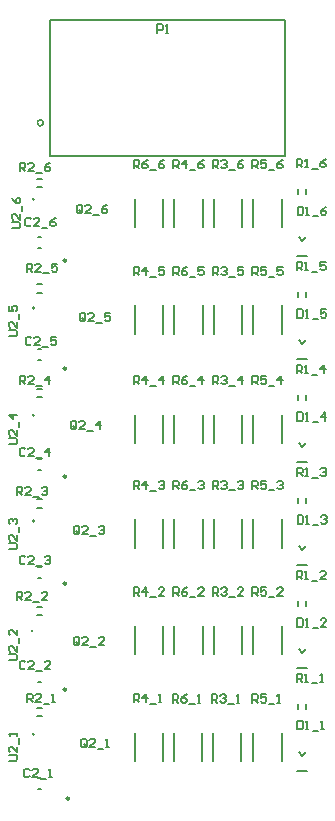
<source format=gto>
G04*
G04 #@! TF.GenerationSoftware,Altium Limited,Altium Designer,21.6.1 (37)*
G04*
G04 Layer_Color=65535*
%FSLAX44Y44*%
%MOMM*%
G71*
G04*
G04 #@! TF.SameCoordinates,7934F4AE-985A-4D5C-9069-E765C515617C*
G04*
G04*
G04 #@! TF.FilePolarity,Positive*
G04*
G01*
G75*
%ADD10C,0.2540*%
%ADD11C,0.0000*%
%ADD12C,0.2000*%
%ADD13C,0.1270*%
%ADD14C,0.1800*%
D10*
X260080Y845820D02*
G03*
X260080Y845820I-1000J0D01*
G01*
Y754380D02*
G03*
X260080Y754380I-1000J0D01*
G01*
Y662940D02*
G03*
X260080Y662940I-1000J0D01*
G01*
X259850Y572600D02*
G03*
X259850Y572600I-1000J0D01*
G01*
X260080Y482600D02*
G03*
X260080Y482600I-1000J0D01*
G01*
X262620Y390300D02*
G03*
X262620Y390300I-1000J0D01*
G01*
D11*
X233490Y444980D02*
G03*
X233490Y444980I-1000J0D01*
G01*
X232220Y532200D02*
G03*
X232220Y532200I-1000J0D01*
G01*
X233560Y625520D02*
G03*
X233560Y625520I-1000J0D01*
G01*
X233490Y715080D02*
G03*
X233490Y715080I-1000J0D01*
G01*
Y805920D02*
G03*
X233490Y805920I-1000J0D01*
G01*
X233488Y897960D02*
G03*
X233488Y897960I-1000J0D01*
G01*
D12*
X240880Y962580D02*
G03*
X240880Y962580I-2540J0D01*
G01*
X235488Y546000D02*
X239488D01*
X235488Y553000D02*
X239488D01*
X235488Y636820D02*
X239488D01*
X235488Y643820D02*
X239488D01*
X235488Y730560D02*
X239488D01*
X235488Y737560D02*
X239488D01*
X235488Y460460D02*
X239488D01*
X235488Y467460D02*
X239488D01*
X235488Y908360D02*
X239488D01*
X235488Y915360D02*
X239488D01*
X418530Y422340D02*
Y446340D01*
X442530Y422340D02*
Y446340D01*
X384240Y422340D02*
Y446340D01*
X408240Y422340D02*
Y446340D01*
X463240Y466476D02*
Y470476D01*
X456240Y466476D02*
Y470476D01*
X455740Y413900D02*
X463990D01*
X456990Y429900D02*
X460240Y426650D01*
X463615Y430025D01*
X351220Y422340D02*
Y446340D01*
X375220Y422340D02*
Y446340D01*
X318200Y422340D02*
Y446340D01*
X342200Y422340D02*
Y446340D01*
X318200Y512764D02*
Y536764D01*
X342200Y512764D02*
Y536764D01*
X318200Y602920D02*
Y626920D01*
X342200Y602920D02*
Y626920D01*
X318200Y691580D02*
Y715580D01*
X342200Y691580D02*
Y715580D01*
X318200Y784036D02*
Y808036D01*
X342200Y784036D02*
Y808036D01*
X318200Y874460D02*
Y898460D01*
X342200Y874460D02*
Y898460D01*
X235488Y825860D02*
X239488D01*
X235488Y818860D02*
X239488D01*
X418530Y874460D02*
Y898460D01*
X442530Y874460D02*
Y898460D01*
X385087Y874460D02*
Y898460D01*
X409087Y874460D02*
Y898460D01*
X463240Y902240D02*
Y906240D01*
X456240Y902240D02*
Y906240D01*
X455740Y849663D02*
X463990D01*
X456990Y865663D02*
X460240Y862413D01*
X463615Y865788D01*
X351643Y874460D02*
Y898460D01*
X375643Y874460D02*
Y898460D01*
X418530Y784036D02*
Y808036D01*
X442530Y784036D02*
Y808036D01*
X385087Y784036D02*
Y808036D01*
X409087Y784036D02*
Y808036D01*
X418530Y691580D02*
Y715580D01*
X442530Y691580D02*
Y715580D01*
X385087Y691580D02*
Y715580D01*
X409087Y691580D02*
Y715580D01*
X418530Y602920D02*
Y626920D01*
X442530Y602920D02*
Y626920D01*
X385087Y602920D02*
Y626920D01*
X409087Y602920D02*
Y626920D01*
X418530Y512764D02*
Y536764D01*
X442530Y512764D02*
Y536764D01*
X385087Y512764D02*
Y536764D01*
X409087Y512764D02*
Y536764D01*
X463240Y815087D02*
Y819087D01*
X456240Y815087D02*
Y819087D01*
X455740Y762511D02*
X463990D01*
X456990Y778511D02*
X460240Y775261D01*
X463615Y778636D01*
X463240Y727934D02*
Y731934D01*
X456240Y727934D02*
Y731934D01*
X455740Y675358D02*
X463990D01*
X456990Y691358D02*
X460240Y688108D01*
X463615Y691483D01*
X463240Y640782D02*
Y644782D01*
X456240Y640782D02*
Y644782D01*
X455740Y588205D02*
X463990D01*
X456990Y604205D02*
X460240Y600955D01*
X463615Y604330D01*
X463240Y553629D02*
Y557629D01*
X456240Y553629D02*
Y557629D01*
X455740Y501053D02*
X463990D01*
X456990Y517053D02*
X460240Y513803D01*
X463615Y517178D01*
X351643Y784036D02*
Y808036D01*
X375643Y784036D02*
Y808036D01*
X351643Y691580D02*
Y715580D01*
X375643Y691580D02*
Y715580D01*
X351643Y602920D02*
Y626920D01*
X375643Y602920D02*
Y626920D01*
X351643Y512764D02*
Y536764D01*
X375643Y512764D02*
Y536764D01*
D13*
X235988Y489120D02*
X238988D01*
X235988Y498120D02*
X238988D01*
X235988Y577400D02*
X238988D01*
X235988Y586400D02*
X238988D01*
X235988Y668600D02*
X238988D01*
X235988Y677600D02*
X238988D01*
X235988Y761980D02*
X238988D01*
X235988Y770980D02*
X238988D01*
X235988Y398500D02*
X238988D01*
X235988Y407500D02*
X238988D01*
X235988Y865560D02*
X238988D01*
X235988Y856560D02*
X238988D01*
X246340Y1049580D02*
X445340D01*
Y934580D02*
Y1049580D01*
X246340Y934580D02*
X445340D01*
X246340D02*
Y1049580D01*
D14*
X225516Y505836D02*
X224350Y507002D01*
X222017D01*
X220851Y505836D01*
Y501171D01*
X222017Y500004D01*
X224350D01*
X225516Y501171D01*
X232514Y500004D02*
X227848D01*
X232514Y504669D01*
Y505836D01*
X231347Y507002D01*
X229015D01*
X227848Y505836D01*
X234846Y498838D02*
X239512D01*
X246509Y500004D02*
X241844D01*
X246509Y504669D01*
Y505836D01*
X245343Y507002D01*
X243010D01*
X241844Y505836D01*
X218311Y558424D02*
Y565422D01*
X221810D01*
X222976Y564256D01*
Y561923D01*
X221810Y560757D01*
X218311D01*
X220643D02*
X222976Y558424D01*
X229974D02*
X225308D01*
X229974Y563089D01*
Y564256D01*
X228807Y565422D01*
X226475D01*
X225308Y564256D01*
X232306Y557258D02*
X236971D01*
X243969Y558424D02*
X239304D01*
X243969Y563089D01*
Y564256D01*
X242803Y565422D01*
X240470D01*
X239304Y564256D01*
X225516Y594736D02*
X224350Y595902D01*
X222017D01*
X220851Y594736D01*
Y590071D01*
X222017Y588904D01*
X224350D01*
X225516Y590071D01*
X232514Y588904D02*
X227848D01*
X232514Y593569D01*
Y594736D01*
X231347Y595902D01*
X229015D01*
X227848Y594736D01*
X234846Y587738D02*
X239512D01*
X241844Y594736D02*
X243010Y595902D01*
X245343D01*
X246509Y594736D01*
Y593569D01*
X245343Y592403D01*
X244177D01*
X245343D01*
X246509Y591237D01*
Y590071D01*
X245343Y588904D01*
X243010D01*
X241844Y590071D01*
X218311Y647324D02*
Y654322D01*
X221810D01*
X222976Y653156D01*
Y650823D01*
X221810Y649657D01*
X218311D01*
X220643D02*
X222976Y647324D01*
X229974D02*
X225308D01*
X229974Y651990D01*
Y653156D01*
X228807Y654322D01*
X226475D01*
X225308Y653156D01*
X232306Y646158D02*
X236971D01*
X239304Y653156D02*
X240470Y654322D01*
X242803D01*
X243969Y653156D01*
Y651990D01*
X242803Y650823D01*
X241637D01*
X242803D01*
X243969Y649657D01*
Y648491D01*
X242803Y647324D01*
X240470D01*
X239304Y648491D01*
X225516Y686176D02*
X224350Y687342D01*
X222017D01*
X220851Y686176D01*
Y681511D01*
X222017Y680344D01*
X224350D01*
X225516Y681511D01*
X232514Y680344D02*
X227848D01*
X232514Y685010D01*
Y686176D01*
X231347Y687342D01*
X229015D01*
X227848Y686176D01*
X234846Y679178D02*
X239512D01*
X245343Y680344D02*
Y687342D01*
X241844Y683843D01*
X246509D01*
X220851Y741304D02*
Y748302D01*
X224350D01*
X225516Y747136D01*
Y744803D01*
X224350Y743637D01*
X220851D01*
X223183D02*
X225516Y741304D01*
X232514D02*
X227848D01*
X232514Y745969D01*
Y747136D01*
X231347Y748302D01*
X229015D01*
X227848Y747136D01*
X234846Y740138D02*
X239512D01*
X245343Y741304D02*
Y748302D01*
X241844Y744803D01*
X246509D01*
X230596Y780156D02*
X229430Y781322D01*
X227097D01*
X225931Y780156D01*
Y775491D01*
X227097Y774324D01*
X229430D01*
X230596Y775491D01*
X237594Y774324D02*
X232929D01*
X237594Y778989D01*
Y780156D01*
X236427Y781322D01*
X234095D01*
X232929Y780156D01*
X239926Y773158D02*
X244592D01*
X251589Y781322D02*
X246924D01*
Y777823D01*
X249257Y778989D01*
X250423D01*
X251589Y777823D01*
Y775491D01*
X250423Y774324D01*
X248090D01*
X246924Y775491D01*
X273776Y887251D02*
Y891916D01*
X272610Y893082D01*
X270277D01*
X269111Y891916D01*
Y887251D01*
X270277Y886084D01*
X272610D01*
X271443Y888417D02*
X273776Y886084D01*
X272610D02*
X273776Y887251D01*
X280774Y886084D02*
X276108D01*
X280774Y890750D01*
Y891916D01*
X279607Y893082D01*
X277275D01*
X276108Y891916D01*
X283106Y884918D02*
X287771D01*
X294769Y893082D02*
X292437Y891916D01*
X290104Y889583D01*
Y887251D01*
X291270Y886084D01*
X293603D01*
X294769Y887251D01*
Y888417D01*
X293603Y889583D01*
X290104D01*
X276316Y795811D02*
Y800476D01*
X275150Y801642D01*
X272817D01*
X271651Y800476D01*
Y795811D01*
X272817Y794644D01*
X275150D01*
X273983Y796977D02*
X276316Y794644D01*
X275150D02*
X276316Y795811D01*
X283314Y794644D02*
X278648D01*
X283314Y799309D01*
Y800476D01*
X282147Y801642D01*
X279815D01*
X278648Y800476D01*
X285646Y793478D02*
X290312D01*
X297309Y801642D02*
X292644D01*
Y798143D01*
X294977Y799309D01*
X296143D01*
X297309Y798143D01*
Y795811D01*
X296143Y794644D01*
X293810D01*
X292644Y795811D01*
X268696Y704371D02*
Y709036D01*
X267530Y710202D01*
X265197D01*
X264031Y709036D01*
Y704371D01*
X265197Y703204D01*
X267530D01*
X266363Y705537D02*
X268696Y703204D01*
X267530D02*
X268696Y704371D01*
X275694Y703204D02*
X271028D01*
X275694Y707869D01*
Y709036D01*
X274527Y710202D01*
X272195D01*
X271028Y709036D01*
X278026Y702038D02*
X282691D01*
X288523Y703204D02*
Y710202D01*
X285024Y706703D01*
X289689D01*
X271236Y615471D02*
Y620136D01*
X270070Y621302D01*
X267737D01*
X266571Y620136D01*
Y615471D01*
X267737Y614304D01*
X270070D01*
X268903Y616637D02*
X271236Y614304D01*
X270070D02*
X271236Y615471D01*
X278234Y614304D02*
X273568D01*
X278234Y618969D01*
Y620136D01*
X277067Y621302D01*
X274735D01*
X273568Y620136D01*
X280566Y613138D02*
X285231D01*
X287564Y620136D02*
X288730Y621302D01*
X291063D01*
X292229Y620136D01*
Y618969D01*
X291063Y617803D01*
X289897D01*
X291063D01*
X292229Y616637D01*
Y615471D01*
X291063Y614304D01*
X288730D01*
X287564Y615471D01*
X271236Y521491D02*
Y526156D01*
X270070Y527322D01*
X267737D01*
X266571Y526156D01*
Y521491D01*
X267737Y520324D01*
X270070D01*
X268903Y522657D02*
X271236Y520324D01*
X270070D02*
X271236Y521491D01*
X278234Y520324D02*
X273568D01*
X278234Y524990D01*
Y526156D01*
X277067Y527322D01*
X274735D01*
X273568Y526156D01*
X280566Y519158D02*
X285231D01*
X292229Y520324D02*
X287564D01*
X292229Y524990D01*
Y526156D01*
X291063Y527322D01*
X288730D01*
X287564Y526156D01*
X277482Y435131D02*
Y439796D01*
X276316Y440962D01*
X273983D01*
X272817Y439796D01*
Y435131D01*
X273983Y433964D01*
X276316D01*
X275150Y436297D02*
X277482Y433964D01*
X276316D02*
X277482Y435131D01*
X284480Y433964D02*
X279815D01*
X284480Y438629D01*
Y439796D01*
X283314Y440962D01*
X280981D01*
X279815Y439796D01*
X286813Y432798D02*
X291478D01*
X293810Y433964D02*
X296143D01*
X294977D01*
Y440962D01*
X293810Y439796D01*
X227097Y472064D02*
Y479062D01*
X230596D01*
X231762Y477896D01*
Y475563D01*
X230596Y474397D01*
X227097D01*
X229430D02*
X231762Y472064D01*
X238760D02*
X234095D01*
X238760Y476730D01*
Y477896D01*
X237594Y479062D01*
X235261D01*
X234095Y477896D01*
X241093Y470898D02*
X245758D01*
X248090Y472064D02*
X250423D01*
X249257D01*
Y479062D01*
X248090Y477896D01*
X229222Y414396D02*
X228056Y415562D01*
X225723D01*
X224557Y414396D01*
Y409731D01*
X225723Y408564D01*
X228056D01*
X229222Y409731D01*
X236220Y408564D02*
X231555D01*
X236220Y413229D01*
Y414396D01*
X235054Y415562D01*
X232721D01*
X231555Y414396D01*
X238553Y407398D02*
X243218D01*
X245550Y408564D02*
X247883D01*
X246717D01*
Y415562D01*
X245550Y414396D01*
X211818Y422677D02*
X217649D01*
X218816Y423843D01*
Y426176D01*
X217649Y427342D01*
X211818D01*
X218816Y434340D02*
Y429675D01*
X214151Y434340D01*
X212984D01*
X211818Y433174D01*
Y430841D01*
X212984Y429675D01*
X219982Y436673D02*
Y441338D01*
X218816Y443670D02*
Y446003D01*
Y444837D01*
X211818D01*
X212984Y443670D01*
X211818Y507871D02*
X217649D01*
X218816Y509037D01*
Y511370D01*
X217649Y512536D01*
X211818D01*
X218816Y519534D02*
Y514869D01*
X214151Y519534D01*
X212984D01*
X211818Y518367D01*
Y516035D01*
X212984Y514869D01*
X219982Y521866D02*
Y526531D01*
X218816Y533529D02*
Y528864D01*
X214151Y533529D01*
X212984D01*
X211818Y532363D01*
Y530030D01*
X212984Y528864D01*
X211818Y601851D02*
X217649D01*
X218816Y603017D01*
Y605350D01*
X217649Y606516D01*
X211818D01*
X218816Y613514D02*
Y608848D01*
X214151Y613514D01*
X212984D01*
X211818Y612347D01*
Y610015D01*
X212984Y608848D01*
X219982Y615846D02*
Y620512D01*
X212984Y622844D02*
X211818Y624010D01*
Y626343D01*
X212984Y627509D01*
X214151D01*
X215317Y626343D01*
Y625177D01*
Y626343D01*
X216483Y627509D01*
X217649D01*
X218816Y626343D01*
Y624010D01*
X217649Y622844D01*
X211818Y690751D02*
X217649D01*
X218816Y691917D01*
Y694250D01*
X217649Y695416D01*
X211818D01*
X218816Y702414D02*
Y697748D01*
X214151Y702414D01*
X212984D01*
X211818Y701247D01*
Y698915D01*
X212984Y697748D01*
X219982Y704746D02*
Y709411D01*
X218816Y715243D02*
X211818D01*
X215317Y711744D01*
Y716409D01*
X211818Y782191D02*
X217649D01*
X218816Y783357D01*
Y785690D01*
X217649Y786856D01*
X211818D01*
X218816Y793854D02*
Y789189D01*
X214151Y793854D01*
X212984D01*
X211818Y792687D01*
Y790355D01*
X212984Y789189D01*
X219982Y796186D02*
Y800852D01*
X211818Y807849D02*
Y803184D01*
X215317D01*
X214151Y805517D01*
Y806683D01*
X215317Y807849D01*
X217649D01*
X218816Y806683D01*
Y804350D01*
X217649Y803184D01*
X214358Y873631D02*
X220189D01*
X221356Y874797D01*
Y877130D01*
X220189Y878296D01*
X214358D01*
X221356Y885294D02*
Y880629D01*
X216691Y885294D01*
X215524D01*
X214358Y884127D01*
Y881795D01*
X215524Y880629D01*
X222522Y887626D02*
Y892291D01*
X214358Y899289D02*
X215524Y896957D01*
X217857Y894624D01*
X220189D01*
X221356Y895790D01*
Y898123D01*
X220189Y899289D01*
X219023D01*
X217857Y898123D01*
Y894624D01*
X220851Y921644D02*
Y928642D01*
X224350D01*
X225516Y927476D01*
Y925143D01*
X224350Y923977D01*
X220851D01*
X223183D02*
X225516Y921644D01*
X232514D02*
X227848D01*
X232514Y926310D01*
Y927476D01*
X231347Y928642D01*
X229015D01*
X227848Y927476D01*
X234846Y920478D02*
X239512D01*
X246509Y928642D02*
X244177Y927476D01*
X241844Y925143D01*
Y922811D01*
X243010Y921644D01*
X245343D01*
X246509Y922811D01*
Y923977D01*
X245343Y925143D01*
X241844D01*
X417712Y924052D02*
Y931050D01*
X421211D01*
X422377Y929883D01*
Y927551D01*
X421211Y926385D01*
X417712D01*
X420045D02*
X422377Y924052D01*
X429375Y931050D02*
X424710D01*
Y927551D01*
X427042Y928717D01*
X428209D01*
X429375Y927551D01*
Y925218D01*
X428209Y924052D01*
X425876D01*
X424710Y925218D01*
X431707Y922886D02*
X436373D01*
X443370Y931050D02*
X441038Y929883D01*
X438705Y927551D01*
Y925218D01*
X439871Y924052D01*
X442204D01*
X443370Y925218D01*
Y926385D01*
X442204Y927551D01*
X438705D01*
X417830Y833466D02*
Y840464D01*
X421329D01*
X422495Y839297D01*
Y836965D01*
X421329Y835799D01*
X417830D01*
X420163D02*
X422495Y833466D01*
X429493Y840464D02*
X424828D01*
Y836965D01*
X427160Y838131D01*
X428327D01*
X429493Y836965D01*
Y834632D01*
X428327Y833466D01*
X425994D01*
X424828Y834632D01*
X431825Y832300D02*
X436491D01*
X443488Y840464D02*
X438823D01*
Y836965D01*
X441156Y838131D01*
X442322D01*
X443488Y836965D01*
Y834632D01*
X442322Y833466D01*
X439990D01*
X438823Y834632D01*
X417830Y741172D02*
Y748170D01*
X421329D01*
X422495Y747003D01*
Y744671D01*
X421329Y743505D01*
X417830D01*
X420163D02*
X422495Y741172D01*
X429493Y748170D02*
X424828D01*
Y744671D01*
X427160Y745837D01*
X428327D01*
X429493Y744671D01*
Y742338D01*
X428327Y741172D01*
X425994D01*
X424828Y742338D01*
X431825Y740006D02*
X436491D01*
X442322Y741172D02*
Y748170D01*
X438823Y744671D01*
X443488D01*
X417806Y652526D02*
Y659524D01*
X421305D01*
X422471Y658357D01*
Y656025D01*
X421305Y654859D01*
X417806D01*
X420139D02*
X422471Y652526D01*
X429469Y659524D02*
X424804D01*
Y656025D01*
X427136Y657191D01*
X428302D01*
X429469Y656025D01*
Y653692D01*
X428302Y652526D01*
X425970D01*
X424804Y653692D01*
X431801Y651360D02*
X436467D01*
X438799Y658357D02*
X439966Y659524D01*
X442298D01*
X443464Y658357D01*
Y657191D01*
X442298Y656025D01*
X441132D01*
X442298D01*
X443464Y654859D01*
Y653692D01*
X442298Y652526D01*
X439966D01*
X438799Y653692D01*
X417830Y562258D02*
Y569256D01*
X421329D01*
X422495Y568089D01*
Y565757D01*
X421329Y564591D01*
X417830D01*
X420163D02*
X422495Y562258D01*
X429493Y569256D02*
X424828D01*
Y565757D01*
X427160Y566923D01*
X428326D01*
X429493Y565757D01*
Y563424D01*
X428326Y562258D01*
X425994D01*
X424828Y563424D01*
X431825Y561092D02*
X436491D01*
X443488Y562258D02*
X438823D01*
X443488Y566923D01*
Y568089D01*
X442322Y569256D01*
X439990D01*
X438823Y568089D01*
X417830Y471776D02*
Y478774D01*
X421329D01*
X422495Y477607D01*
Y475275D01*
X421329Y474109D01*
X417830D01*
X420163D02*
X422495Y471776D01*
X429493Y478774D02*
X424828D01*
Y475275D01*
X427160Y476441D01*
X428327D01*
X429493Y475275D01*
Y472942D01*
X428327Y471776D01*
X425994D01*
X424828Y472942D01*
X431825Y470610D02*
X436491D01*
X438823Y471776D02*
X441156D01*
X439990D01*
Y478774D01*
X438823Y477607D01*
X384269Y924052D02*
Y931050D01*
X387767D01*
X388934Y929883D01*
Y927551D01*
X387767Y926385D01*
X384269D01*
X386601D02*
X388934Y924052D01*
X391266Y929883D02*
X392433Y931050D01*
X394765D01*
X395932Y929883D01*
Y928717D01*
X394765Y927551D01*
X393599D01*
X394765D01*
X395932Y926385D01*
Y925218D01*
X394765Y924052D01*
X392433D01*
X391266Y925218D01*
X398264Y922886D02*
X402929D01*
X409927Y931050D02*
X407594Y929883D01*
X405262Y927551D01*
Y925218D01*
X406428Y924052D01*
X408761D01*
X409927Y925218D01*
Y926385D01*
X408761Y927551D01*
X405262D01*
X384387Y833466D02*
Y840464D01*
X387886D01*
X389052Y839297D01*
Y836965D01*
X387886Y835799D01*
X384387D01*
X386719D02*
X389052Y833466D01*
X391384Y839297D02*
X392551Y840464D01*
X394883D01*
X396050Y839297D01*
Y838131D01*
X394883Y836965D01*
X393717D01*
X394883D01*
X396050Y835799D01*
Y834632D01*
X394883Y833466D01*
X392551D01*
X391384Y834632D01*
X398382Y832300D02*
X403047D01*
X410045Y840464D02*
X405380D01*
Y836965D01*
X407713Y838131D01*
X408879D01*
X410045Y836965D01*
Y834632D01*
X408879Y833466D01*
X406546D01*
X405380Y834632D01*
X384387Y741172D02*
Y748170D01*
X387886D01*
X389052Y747003D01*
Y744671D01*
X387886Y743505D01*
X384387D01*
X386719D02*
X389052Y741172D01*
X391384Y747003D02*
X392551Y748170D01*
X394883D01*
X396050Y747003D01*
Y745837D01*
X394883Y744671D01*
X393717D01*
X394883D01*
X396050Y743505D01*
Y742338D01*
X394883Y741172D01*
X392551D01*
X391384Y742338D01*
X398382Y740006D02*
X403047D01*
X408879Y741172D02*
Y748170D01*
X405380Y744671D01*
X410045D01*
X384363Y652526D02*
Y659524D01*
X387862D01*
X389028Y658357D01*
Y656025D01*
X387862Y654859D01*
X384363D01*
X386695D02*
X389028Y652526D01*
X391360Y658357D02*
X392527Y659524D01*
X394859D01*
X396026Y658357D01*
Y657191D01*
X394859Y656025D01*
X393693D01*
X394859D01*
X396026Y654859D01*
Y653692D01*
X394859Y652526D01*
X392527D01*
X391360Y653692D01*
X398358Y651360D02*
X403023D01*
X405356Y658357D02*
X406522Y659524D01*
X408855D01*
X410021Y658357D01*
Y657191D01*
X408855Y656025D01*
X407688D01*
X408855D01*
X410021Y654859D01*
Y653692D01*
X408855Y652526D01*
X406522D01*
X405356Y653692D01*
X384387Y562258D02*
Y569256D01*
X387886D01*
X389052Y568089D01*
Y565757D01*
X387886Y564591D01*
X384387D01*
X386719D02*
X389052Y562258D01*
X391384Y568089D02*
X392551Y569256D01*
X394883D01*
X396049Y568089D01*
Y566923D01*
X394883Y565757D01*
X393717D01*
X394883D01*
X396049Y564591D01*
Y563424D01*
X394883Y562258D01*
X392551D01*
X391384Y563424D01*
X398382Y561092D02*
X403047D01*
X410045Y562258D02*
X405380D01*
X410045Y566923D01*
Y568089D01*
X408879Y569256D01*
X406546D01*
X405380Y568089D01*
X383540Y471776D02*
Y478774D01*
X387039D01*
X388205Y477607D01*
Y475275D01*
X387039Y474109D01*
X383540D01*
X385873D02*
X388205Y471776D01*
X390538Y477607D02*
X391704Y478774D01*
X394037D01*
X395203Y477607D01*
Y476441D01*
X394037Y475275D01*
X392870D01*
X394037D01*
X395203Y474109D01*
Y472942D01*
X394037Y471776D01*
X391704D01*
X390538Y472942D01*
X397536Y470610D02*
X402201D01*
X404533Y471776D02*
X406866D01*
X405700D01*
Y478774D01*
X404533Y477607D01*
X455558Y924814D02*
Y931812D01*
X459057D01*
X460223Y930645D01*
Y928313D01*
X459057Y927146D01*
X455558D01*
X457891D02*
X460223Y924814D01*
X462556D02*
X464888D01*
X463722D01*
Y931812D01*
X462556Y930645D01*
X468387Y923648D02*
X473052D01*
X480050Y931812D02*
X477718Y930645D01*
X475385Y928313D01*
Y925980D01*
X476551Y924814D01*
X478884D01*
X480050Y925980D01*
Y927146D01*
X478884Y928313D01*
X475385D01*
X455422Y837753D02*
Y844751D01*
X458921D01*
X460087Y843585D01*
Y841252D01*
X458921Y840086D01*
X455422D01*
X457755D02*
X460087Y837753D01*
X462420D02*
X464752D01*
X463586D01*
Y844751D01*
X462420Y843585D01*
X468251Y836587D02*
X472916D01*
X479914Y844751D02*
X475249D01*
Y841252D01*
X477582Y842418D01*
X478748D01*
X479914Y841252D01*
Y838919D01*
X478748Y837753D01*
X476415D01*
X475249Y838919D01*
X455422Y750374D02*
Y757372D01*
X458921D01*
X460087Y756206D01*
Y753873D01*
X458921Y752707D01*
X455422D01*
X457755D02*
X460087Y750374D01*
X462420D02*
X464752D01*
X463586D01*
Y757372D01*
X462420Y756206D01*
X468251Y749208D02*
X472916D01*
X478748Y750374D02*
Y757372D01*
X475249Y753873D01*
X479914D01*
X455652Y663370D02*
Y670368D01*
X459151D01*
X460317Y669201D01*
Y666869D01*
X459151Y665703D01*
X455652D01*
X457985D02*
X460317Y663370D01*
X462650D02*
X464982D01*
X463816D01*
Y670368D01*
X462650Y669201D01*
X468481Y662204D02*
X473146D01*
X475479Y669201D02*
X476645Y670368D01*
X478978D01*
X480144Y669201D01*
Y668035D01*
X478978Y666869D01*
X477812D01*
X478978D01*
X480144Y665703D01*
Y664536D01*
X478978Y663370D01*
X476645D01*
X475479Y664536D01*
X455422Y576105D02*
Y583103D01*
X458921D01*
X460087Y581936D01*
Y579604D01*
X458921Y578438D01*
X455422D01*
X457755D02*
X460087Y576105D01*
X462420D02*
X464752D01*
X463586D01*
Y583103D01*
X462420Y581936D01*
X468251Y574939D02*
X472916D01*
X479914Y576105D02*
X475249D01*
X479914Y580770D01*
Y581936D01*
X478748Y583103D01*
X476415D01*
X475249Y581936D01*
X455422Y489148D02*
Y496146D01*
X458921D01*
X460087Y494980D01*
Y492647D01*
X458921Y491481D01*
X455422D01*
X457755D02*
X460087Y489148D01*
X462420D02*
X464752D01*
X463586D01*
Y496146D01*
X462420Y494980D01*
X468251Y487982D02*
X472916D01*
X475249Y489148D02*
X477581D01*
X476415D01*
Y496146D01*
X475249Y494980D01*
X456058Y891735D02*
Y884737D01*
X459557D01*
X460723Y885904D01*
Y890569D01*
X459557Y891735D01*
X456058D01*
X463056Y884737D02*
X465388D01*
X464222D01*
Y891735D01*
X463056Y890569D01*
X468887Y883571D02*
X473552D01*
X480550Y891735D02*
X478218Y890569D01*
X475885Y888236D01*
Y885904D01*
X477051Y884737D01*
X479384D01*
X480550Y885904D01*
Y887070D01*
X479384Y888236D01*
X475885D01*
X455922Y804555D02*
Y797557D01*
X459421D01*
X460587Y798723D01*
Y803388D01*
X459421Y804555D01*
X455922D01*
X462920Y797557D02*
X465252D01*
X464086D01*
Y804555D01*
X462920Y803388D01*
X468751Y796390D02*
X473416D01*
X480414Y804555D02*
X475749D01*
Y801056D01*
X478082Y802222D01*
X479248D01*
X480414Y801056D01*
Y798723D01*
X479248Y797557D01*
X476915D01*
X475749Y798723D01*
X455922Y717430D02*
Y710432D01*
X459421D01*
X460587Y711598D01*
Y716264D01*
X459421Y717430D01*
X455922D01*
X462920Y710432D02*
X465252D01*
X464086D01*
Y717430D01*
X462920Y716264D01*
X468751Y709266D02*
X473416D01*
X479248Y710432D02*
Y717430D01*
X475749Y713931D01*
X480414D01*
X456152Y630291D02*
Y623293D01*
X459651D01*
X460817Y624460D01*
Y629125D01*
X459651Y630291D01*
X456152D01*
X463150Y623293D02*
X465482D01*
X464316D01*
Y630291D01*
X463150Y629125D01*
X468981Y622127D02*
X473646D01*
X475979Y629125D02*
X477145Y630291D01*
X479478D01*
X480644Y629125D01*
Y627959D01*
X479478Y626792D01*
X478312D01*
X479478D01*
X480644Y625626D01*
Y624460D01*
X479478Y623293D01*
X477145D01*
X475979Y624460D01*
X455922Y543026D02*
Y536029D01*
X459421D01*
X460587Y537195D01*
Y541860D01*
X459421Y543026D01*
X455922D01*
X462920Y536029D02*
X465252D01*
X464086D01*
Y543026D01*
X462920Y541860D01*
X468751Y534862D02*
X473416D01*
X480414Y536029D02*
X475749D01*
X480414Y540694D01*
Y541860D01*
X479248Y543026D01*
X476915D01*
X475749Y541860D01*
X455922Y456070D02*
Y449072D01*
X459421D01*
X460587Y450238D01*
Y454903D01*
X459421Y456070D01*
X455922D01*
X462920Y449072D02*
X465252D01*
X464086D01*
Y456070D01*
X462920Y454903D01*
X468751Y447906D02*
X473416D01*
X475749Y449072D02*
X478082D01*
X476915D01*
Y456070D01*
X475749Y454903D01*
X337420Y1038860D02*
Y1045858D01*
X340919D01*
X342085Y1044691D01*
Y1042359D01*
X340919Y1041193D01*
X337420D01*
X344418Y1038860D02*
X346750D01*
X345584D01*
Y1045858D01*
X344418Y1044691D01*
X317382Y924052D02*
Y931050D01*
X320881D01*
X322047Y929883D01*
Y927551D01*
X320881Y926385D01*
X317382D01*
X319715D02*
X322047Y924052D01*
X329045Y931050D02*
X326712Y929883D01*
X324380Y927551D01*
Y925218D01*
X325546Y924052D01*
X327879D01*
X329045Y925218D01*
Y926385D01*
X327879Y927551D01*
X324380D01*
X331377Y922886D02*
X336043D01*
X343040Y931050D02*
X340708Y929883D01*
X338375Y927551D01*
Y925218D01*
X339542Y924052D01*
X341874D01*
X343040Y925218D01*
Y926385D01*
X341874Y927551D01*
X338375D01*
X350943Y833466D02*
Y840464D01*
X354442D01*
X355608Y839297D01*
Y836965D01*
X354442Y835799D01*
X350943D01*
X353276D02*
X355608Y833466D01*
X362606Y840464D02*
X360274Y839297D01*
X357941Y836965D01*
Y834632D01*
X359107Y833466D01*
X361440D01*
X362606Y834632D01*
Y835799D01*
X361440Y836965D01*
X357941D01*
X364939Y832300D02*
X369604D01*
X376602Y840464D02*
X371937D01*
Y836965D01*
X374269Y838131D01*
X375435D01*
X376602Y836965D01*
Y834632D01*
X375435Y833466D01*
X373103D01*
X371937Y834632D01*
X350943Y741172D02*
Y748170D01*
X354442D01*
X355608Y747003D01*
Y744671D01*
X354442Y743505D01*
X350943D01*
X353276D02*
X355608Y741172D01*
X362606Y748170D02*
X360274Y747003D01*
X357941Y744671D01*
Y742338D01*
X359107Y741172D01*
X361440D01*
X362606Y742338D01*
Y743505D01*
X361440Y744671D01*
X357941D01*
X364939Y740006D02*
X369604D01*
X375435Y741172D02*
Y748170D01*
X371937Y744671D01*
X376602D01*
X350919Y652526D02*
Y659524D01*
X354418D01*
X355584Y658357D01*
Y656025D01*
X354418Y654859D01*
X350919D01*
X353252D02*
X355584Y652526D01*
X362582Y659524D02*
X360250Y658357D01*
X357917Y656025D01*
Y653692D01*
X359083Y652526D01*
X361416D01*
X362582Y653692D01*
Y654859D01*
X361416Y656025D01*
X357917D01*
X364915Y651360D02*
X369580D01*
X371912Y658357D02*
X373079Y659524D01*
X375411D01*
X376578Y658357D01*
Y657191D01*
X375411Y656025D01*
X374245D01*
X375411D01*
X376578Y654859D01*
Y653692D01*
X375411Y652526D01*
X373079D01*
X371912Y653692D01*
X350943Y562258D02*
Y569256D01*
X354442D01*
X355608Y568089D01*
Y565757D01*
X354442Y564591D01*
X350943D01*
X353276D02*
X355608Y562258D01*
X362606Y569256D02*
X360274Y568089D01*
X357941Y565757D01*
Y563424D01*
X359107Y562258D01*
X361440D01*
X362606Y563424D01*
Y564591D01*
X361440Y565757D01*
X357941D01*
X364939Y561092D02*
X369604D01*
X376602Y562258D02*
X371936D01*
X376602Y566923D01*
Y568089D01*
X375435Y569256D01*
X373103D01*
X371936Y568089D01*
X350520Y471776D02*
Y478774D01*
X354019D01*
X355185Y477607D01*
Y475275D01*
X354019Y474109D01*
X350520D01*
X352853D02*
X355185Y471776D01*
X362183Y478774D02*
X359850Y477607D01*
X357518Y475275D01*
Y472942D01*
X358684Y471776D01*
X361017D01*
X362183Y472942D01*
Y474109D01*
X361017Y475275D01*
X357518D01*
X364515Y470610D02*
X369181D01*
X371513Y471776D02*
X373846D01*
X372679D01*
Y478774D01*
X371513Y477607D01*
X350825Y924052D02*
Y931050D01*
X354324D01*
X355490Y929883D01*
Y927551D01*
X354324Y926385D01*
X350825D01*
X353158D02*
X355490Y924052D01*
X361322D02*
Y931050D01*
X357823Y927551D01*
X362488D01*
X364821Y922886D02*
X369486D01*
X376484Y931050D02*
X374151Y929883D01*
X371819Y927551D01*
Y925218D01*
X372985Y924052D01*
X375317D01*
X376484Y925218D01*
Y926385D01*
X375317Y927551D01*
X371819D01*
X317500Y833466D02*
Y840464D01*
X320999D01*
X322165Y839297D01*
Y836965D01*
X320999Y835799D01*
X317500D01*
X319833D02*
X322165Y833466D01*
X327997D02*
Y840464D01*
X324498Y836965D01*
X329163D01*
X331496Y832300D02*
X336161D01*
X343158Y840464D02*
X338493D01*
Y836965D01*
X340826Y838131D01*
X341992D01*
X343158Y836965D01*
Y834632D01*
X341992Y833466D01*
X339660D01*
X338493Y834632D01*
X317500Y741172D02*
Y748170D01*
X320999D01*
X322165Y747003D01*
Y744671D01*
X320999Y743505D01*
X317500D01*
X319833D02*
X322165Y741172D01*
X327997D02*
Y748170D01*
X324498Y744671D01*
X329163D01*
X331496Y740006D02*
X336161D01*
X341992Y741172D02*
Y748170D01*
X338493Y744671D01*
X343158D01*
X317476Y652428D02*
Y659426D01*
X320975D01*
X322141Y658259D01*
Y655927D01*
X320975Y654760D01*
X317476D01*
X319809D02*
X322141Y652428D01*
X327973D02*
Y659426D01*
X324474Y655927D01*
X329139D01*
X331471Y651262D02*
X336137D01*
X338469Y658259D02*
X339636Y659426D01*
X341968D01*
X343134Y658259D01*
Y657093D01*
X341968Y655927D01*
X340802D01*
X341968D01*
X343134Y654760D01*
Y653594D01*
X341968Y652428D01*
X339636D01*
X338469Y653594D01*
X317500Y562258D02*
Y569256D01*
X320999D01*
X322165Y568089D01*
Y565757D01*
X320999Y564591D01*
X317500D01*
X319833D02*
X322165Y562258D01*
X327997D02*
Y569256D01*
X324498Y565757D01*
X329163D01*
X331496Y561092D02*
X336161D01*
X343158Y562258D02*
X338493D01*
X343158Y566923D01*
Y568089D01*
X341992Y569256D01*
X339660D01*
X338493Y568089D01*
X317500Y471932D02*
Y478930D01*
X320999D01*
X322165Y477763D01*
Y475431D01*
X320999Y474265D01*
X317500D01*
X319833D02*
X322165Y471932D01*
X327997D02*
Y478930D01*
X324498Y475431D01*
X329163D01*
X331496Y470766D02*
X336161D01*
X338493Y471932D02*
X340826D01*
X339660D01*
Y478930D01*
X338493Y477763D01*
X226820Y836422D02*
Y843420D01*
X230318D01*
X231485Y842253D01*
Y839921D01*
X230318Y838755D01*
X226820D01*
X229152D02*
X231485Y836422D01*
X238482D02*
X233817D01*
X238482Y841087D01*
Y842253D01*
X237316Y843420D01*
X234984D01*
X233817Y842253D01*
X240815Y835256D02*
X245480D01*
X252478Y843420D02*
X247813D01*
Y839921D01*
X250145Y841087D01*
X251312D01*
X252478Y839921D01*
Y837588D01*
X251312Y836422D01*
X248979D01*
X247813Y837588D01*
X230351Y880862D02*
X229184Y882028D01*
X226852D01*
X225686Y880862D01*
Y876196D01*
X226852Y875030D01*
X229184D01*
X230351Y876196D01*
X237348Y875030D02*
X232683D01*
X237348Y879695D01*
Y880862D01*
X236182Y882028D01*
X233850D01*
X232683Y880862D01*
X239681Y873864D02*
X244346D01*
X251344Y882028D02*
X249011Y880862D01*
X246679Y878529D01*
Y876196D01*
X247845Y875030D01*
X250178D01*
X251344Y876196D01*
Y877363D01*
X250178Y878529D01*
X246679D01*
M02*

</source>
